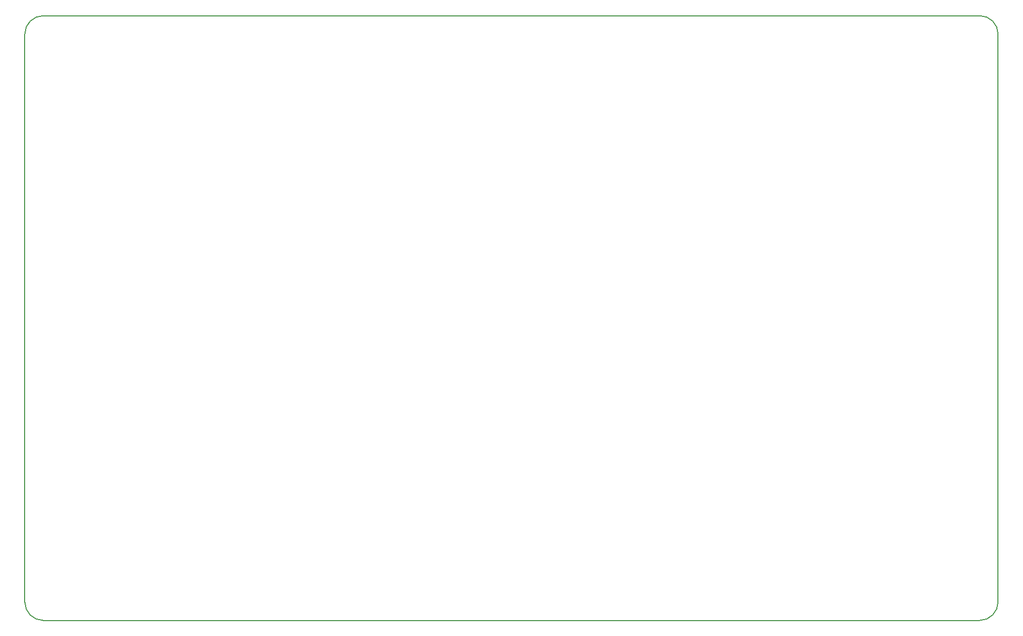
<source format=gm1>
G04 #@! TF.GenerationSoftware,KiCad,Pcbnew,5.0.2+dfsg1-1*
G04 #@! TF.CreationDate,2019-10-25T16:48:50-05:00*
G04 #@! TF.ProjectId,bldc_v1,626c6463-5f76-4312-9e6b-696361645f70,rev?*
G04 #@! TF.SameCoordinates,Original*
G04 #@! TF.FileFunction,Profile,NP*
%FSLAX46Y46*%
G04 Gerber Fmt 4.6, Leading zero omitted, Abs format (unit mm)*
G04 Created by KiCad (PCBNEW 5.0.2+dfsg1-1) date Fri 25 Oct 2019 04:48:50 PM CDT*
%MOMM*%
%LPD*%
G01*
G04 APERTURE LIST*
%ADD10C,0.150000*%
G04 APERTURE END LIST*
D10*
X220218000Y-36322000D02*
G75*
G02X223266000Y-39370000I0J-3048000D01*
G01*
X223266000Y-133096000D02*
G75*
G02X220218000Y-136144000I-3048000J0D01*
G01*
X65532000Y-136144000D02*
G75*
G02X62484000Y-133096000I0J3048000D01*
G01*
X62484000Y-39370000D02*
G75*
G02X65532000Y-36322000I3048000J0D01*
G01*
X220218000Y-36322000D02*
X65532000Y-36322000D01*
X223266000Y-133096000D02*
X223266000Y-39370000D01*
X65532000Y-136144000D02*
X220218000Y-136144000D01*
X62484000Y-39370000D02*
X62484000Y-133096000D01*
M02*

</source>
